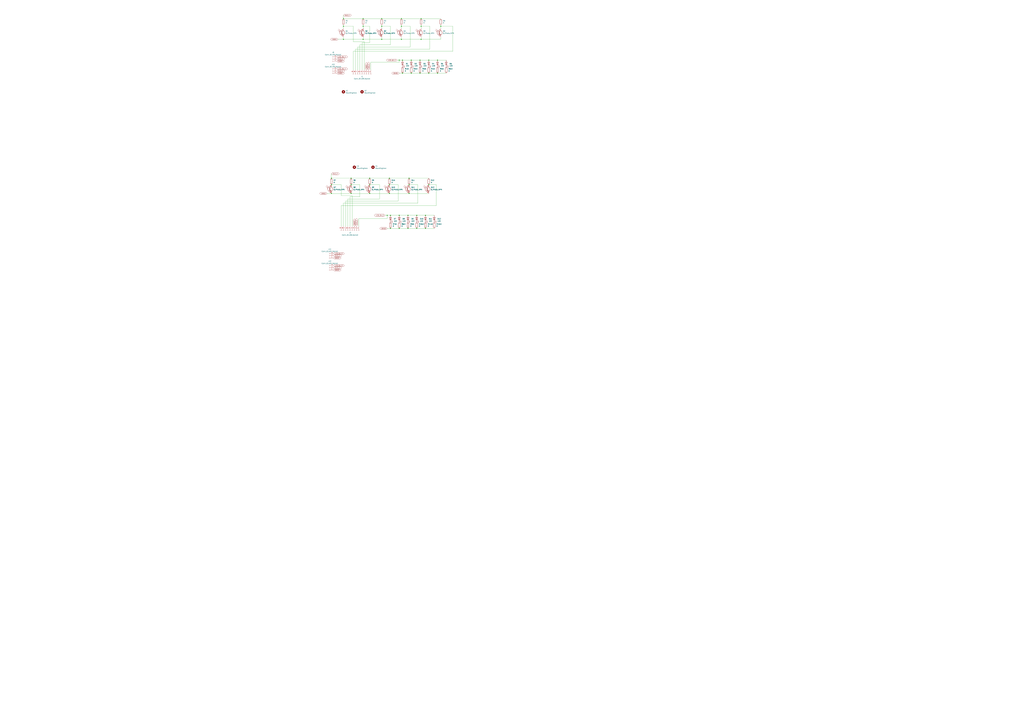
<source format=kicad_sch>
(kicad_sch (version 20250114) (generator "eeschema") (generator_version "9.0")
  (paper "A0")
  (lib_symbols
    (symbol "Connector:Conn_01x03_Socket" (pin_names (offset 1.016) (hide yes))
      (property "Reference" "J" (at 0 5.08 0))
      (property "Value" "Conn_01x03_Socket" (at 0 -5.08 0))
      (symbol "Conn_01x03_Socket_1_1"
        (polyline (pts (xy -1.27 2.54) (xy -0.508 2.54)) (stroke (width 0.1524)))
        (polyline (pts (xy -1.27 0) (xy -0.508 0)) (stroke (width 0.1524)))
        (polyline (pts (xy -1.27 -2.54) (xy -0.508 -2.54)) (stroke (width 0.1524)))
        (arc (start 0 2.032) (mid -0.5058 2.54) (end 0 3.048) (stroke (width 0.1524)))
        (arc (start 0 -0.508) (mid -0.5058 0) (end 0 0.508) (stroke (width 0.1524)))
        (arc (start 0 -3.048) (mid -0.5058 -2.54) (end 0 -2.032) (stroke (width 0.1524)))
        (pin passive line (at -5.08 2.54 0) (length 3.81) (name "Pin_1") (number "1"))
        (pin passive line (at -5.08 0 0) (length 3.81) (name "Pin_2") (number "2"))
        (pin passive line (at -5.08 -2.54 0) (length 3.81) (name "Pin_3") (number "3"))
      )
    )
    (symbol "Connector:Conn_01x09_Socket" (pin_names (offset 1.016) (hide yes))
      (property "Reference" "J" (at 0 12.7 0))
      (property "Value" "Conn_01x09_Socket" (at 0 -12.7 0))
      (symbol "Conn_01x09_Socket_1_1"
        (polyline (pts (xy -1.27 10.16) (xy -0.508 10.16)) (stroke (width 0.1524)))
        (polyline (pts (xy -1.27 7.62) (xy -0.508 7.62)) (stroke (width 0.1524)))
        (polyline (pts (xy -1.27 5.08) (xy -0.508 5.08)) (stroke (width 0.1524)))
        (polyline (pts (xy -1.27 2.54) (xy -0.508 2.54)) (stroke (width 0.1524)))
        (polyline (pts (xy -1.27 0) (xy -0.508 0)) (stroke (width 0.1524)))
        (polyline (pts (xy -1.27 -2.54) (xy -0.508 -2.54)) (stroke (width 0.1524)))
        (polyline (pts (xy -1.27 -5.08) (xy -0.508 -5.08)) (stroke (width 0.1524)))
        (polyline (pts (xy -1.27 -7.62) (xy -0.508 -7.62)) (stroke (width 0.1524)))
        (polyline (pts (xy -1.27 -10.16) (xy -0.508 -10.16)) (stroke (width 0.1524)))
        (arc (start 0 9.652) (mid -0.5058 10.16) (end 0 10.668) (stroke (width 0.1524)))
        (arc (start 0 7.112) (mid -0.5058 7.62) (end 0 8.128) (stroke (width 0.1524)))
        (arc (start 0 4.572) (mid -0.5058 5.08) (end 0 5.588) (stroke (width 0.1524)))
        (arc (start 0 2.032) (mid -0.5058 2.54) (end 0 3.048) (stroke (width 0.1524)))
        (arc (start 0 -0.508) (mid -0.5058 0) (end 0 0.508) (stroke (width 0.1524)))
        (arc (start 0 -3.048) (mid -0.5058 -2.54) (end 0 -2.032) (stroke (width 0.1524)))
        (arc (start 0 -5.588) (mid -0.5058 -5.08) (end 0 -4.572) (stroke (width 0.1524)))
        (arc (start 0 -8.128) (mid -0.5058 -7.62) (end 0 -7.112) (stroke (width 0.1524)))
        (arc (start 0 -10.668) (mid -0.5058 -10.16) (end 0 -9.652) (stroke (width 0.1524)))
        (pin passive line (at -5.08 10.16 0) (length 3.81) (name "Pin_1") (number "1"))
        (pin passive line (at -5.08 7.62 0) (length 3.81) (name "Pin_2") (number "2"))
        (pin passive line (at -5.08 5.08 0) (length 3.81) (name "Pin_3") (number "3"))
        (pin passive line (at -5.08 2.54 0) (length 3.81) (name "Pin_4") (number "4"))
        (pin passive line (at -5.08 0 0) (length 3.81) (name "Pin_5") (number "5"))
        (pin passive line (at -5.08 -2.54 0) (length 3.81) (name "Pin_6") (number "6"))
        (pin passive line (at -5.08 -5.08 0) (length 3.81) (name "Pin_7") (number "7"))
        (pin passive line (at -5.08 -7.62 0) (length 3.81) (name "Pin_8") (number "8"))
        (pin passive line (at -5.08 -10.16 0) (length 3.81) (name "Pin_9") (number "9"))
      )
    )
    (symbol "Device:LED" (pin_numbers (hide yes)) (pin_names (offset 1.016) (hide yes))
      (property "Reference" "D" (at 0 2.54 0))
      (property "Value" "LED" (at 0 -2.54 0))
      (symbol "LED_0_1"
        (polyline (pts (xy -3.048 -0.762) (xy -4.572 -2.286) (xy -3.81 -2.286) (xy -4.572 -2.286) (xy -4.572 -1.524)))
        (polyline (pts (xy -1.778 -0.762) (xy -3.302 -2.286) (xy -2.54 -2.286) (xy -3.302 -2.286) (xy -3.302 -1.524)))
        (polyline (pts (xy -1.27 0) (xy 1.27 0)))
        (polyline (pts (xy -1.27 -1.27) (xy -1.27 1.27)) (stroke (width 0.254)))
        (polyline (pts (xy 1.27 -1.27) (xy 1.27 1.27) (xy -1.27 0) (xy 1.27 -1.27)) (stroke (width 0.254)))
      )
      (symbol "LED_1_1"
        (pin passive line (at -3.81 0 0) (length 2.54) (name "K") (number "1"))
        (pin passive line (at 3.81 0 180) (length 2.54) (name "A") (number "2"))
      )
    )
    (symbol "Device:Q_Photo_NPN" (pin_names (offset 0) (hide yes))
      (property "Reference" "Q" (at 5.08 1.27 0))
      (property "Value" "Q_Photo_NPN" (at 5.08 -1.27 0))
      (symbol "Q_Photo_NPN_0_1"
        (polyline (pts (xy -3.81 3.175) (xy -1.905 1.27) (xy -1.905 1.905)))
        (polyline (pts (xy -3.175 4.445) (xy -1.27 2.54) (xy -1.27 3.175)))
        (polyline (pts (xy -1.905 1.27) (xy -2.54 1.27)))
        (polyline (pts (xy -1.27 2.54) (xy -1.905 2.54)))
        (polyline (pts (xy 0.635 1.905) (xy 0.635 -1.905) (xy 0.635 -1.905)) (stroke (width 0.508)))
        (polyline (pts (xy 0.635 0.635) (xy 2.54 2.54)))
        (polyline (pts (xy 0.635 -0.635) (xy 2.54 -2.54) (xy 2.54 -2.54)))
        (circle (center 1.27 0) (radius 2.8194) (stroke (width 0.254)))
        (polyline (pts (xy 1.27 -1.778) (xy 1.778 -1.27) (xy 2.286 -2.286) (xy 1.27 -1.778) (xy 1.27 -1.778)) (fill (type outline)))
      )
      (symbol "Q_Photo_NPN_1_1"
        (pin passive line (at 2.54 5.08 270) (length 2.54) (name "C") (number "1"))
        (pin passive line (at 2.54 -5.08 90) (length 2.54) (name "E") (number "2"))
      )
    )
    (symbol "Device:R" (pin_numbers (hide yes)) (pin_names (offset 0))
      (property "Reference" "R" (at 2.032 0 90))
      (property "Value" "R" (at 0 0 90))
      (symbol "R_0_1"
        (rectangle (start -1.016 -2.54) (end 1.016 2.54) (stroke (width 0.254)))
      )
      (symbol "R_1_1"
        (pin passive line (at 0 3.81 270) (length 1.27) (name "~") (number "1"))
        (pin passive line (at 0 -3.81 90) (length 1.27) (name "~") (number "2"))
      )
    )
    (symbol "Mechanical:MountingHole" (pin_names (offset 1.016)) (in_bom no)
      (property "Reference" "H" (at 0 5.08 0))
      (property "Value" "MountingHole" (at 0 3.175 0))
      (symbol "MountingHole_0_1"
        (circle (center 0 0) (radius 1.27) (stroke (width 1.27)))
      )
    )
  )
  (junction (at 488.95 21.59))
  (junction (at 508 85.09))
  (junction (at 488.95 30.48))
  (junction (at 407.67 207.01))
  (junction (at 384.81 214.63))
  (junction (at 474.98 224.79))
  (junction (at 443.23 45.72))
  (junction (at 463.55 69.85))
  (junction (at 429.26 224.79))
  (junction (at 443.23 30.48))
  (junction (at 488.95 45.72))
  (junction (at 421.64 21.59))
  (junction (at 384.81 224.79))
  (junction (at 473.71 265.43))
  (junction (at 466.09 45.72))
  (junction (at 508 69.85))
  (junction (at 421.64 45.72))
  (junction (at 398.78 30.48))
  (junction (at 463.55 250.19))
  (junction (at 477.52 69.85))
  (junction (at 467.36 85.09))
  (junction (at 511.81 30.48))
  (junction (at 494.03 250.19))
  (junction (at 398.78 45.72))
  (junction (at 407.67 214.63))
  (junction (at 487.68 85.09))
  (junction (at 398.78 21.59))
  (junction (at 483.87 250.19))
  (junction (at 453.39 250.19))
  (junction (at 483.87 265.43))
  (junction (at 452.12 207.01))
  (junction (at 474.98 214.63))
  (junction (at 452.12 214.63))
  (junction (at 466.09 21.59))
  (junction (at 429.26 214.63))
  (junction (at 474.98 207.01))
  (junction (at 443.23 21.59))
  (junction (at 477.52 85.09))
  (junction (at 497.84 214.63))
  (junction (at 449.58 250.19))
  (junction (at 473.71 250.19))
  (junction (at 463.55 265.43))
  (junction (at 453.39 265.43))
  (junction (at 466.09 30.48))
  (junction (at 384.81 207.01))
  (junction (at 429.26 207.01))
  (junction (at 467.36 69.85))
  (junction (at 487.68 69.85))
  (junction (at 421.64 30.48))
  (junction (at 497.84 69.85))
  (junction (at 452.12 224.79))
  (junction (at 494.03 265.43))
  (junction (at 407.67 224.79))
  (junction (at 497.84 85.09))
  (wire (pts (xy 384.81 207.01) (xy 407.67 207.01)))
  (wire (pts (xy 396.24 238.76) (xy 396.24 262.89)))
  (wire (pts (xy 485.14 236.22) (xy 485.14 214.63)))
  (wire (pts (xy 449.58 265.43) (xy 453.39 265.43)))
  (wire (pts (xy 511.81 30.48) (xy 511.81 33.02)))
  (wire (pts (xy 463.55 265.43) (xy 473.71 265.43)))
  (wire (pts (xy 453.39 250.19) (xy 463.55 250.19)))
  (wire (pts (xy 466.09 30.48) (xy 466.09 33.02)))
  (wire (pts (xy 410.21 59.69) (xy 525.78 59.69)))
  (wire (pts (xy 429.26 49.53) (xy 429.26 30.48)))
  (wire (pts (xy 421.64 30.48) (xy 421.64 33.02)))
  (wire (pts (xy 447.04 250.19) (xy 449.58 250.19)))
  (wire (pts (xy 416.56 254) (xy 416.56 262.89)))
  (wire (pts (xy 408.94 227.33) (xy 408.94 262.89)))
  (wire (pts (xy 463.55 250.19) (xy 473.71 250.19)))
  (wire (pts (xy 463.55 69.85) (xy 467.36 69.85)))
  (wire (pts (xy 384.81 224.79) (xy 407.67 224.79)))
  (wire (pts (xy 392.43 45.72) (xy 398.78 45.72)))
  (wire (pts (xy 474.98 224.79) (xy 497.84 224.79)))
  (wire (pts (xy 440.69 214.63) (xy 429.26 214.63)))
  (wire (pts (xy 488.95 45.72) (xy 511.81 45.72)))
  (wire (pts (xy 452.12 207.01) (xy 474.98 207.01)))
  (wire (pts (xy 477.52 85.09) (xy 487.68 85.09)))
  (wire (pts (xy 511.81 45.72) (xy 511.81 43.18)))
  (wire (pts (xy 398.78 21.59) (xy 421.64 21.59)))
  (wire (pts (xy 511.81 29.21) (xy 511.81 30.48)))
  (wire (pts (xy 485.14 214.63) (xy 474.98 214.63)))
  (wire (pts (xy 422.91 81.28) (xy 422.91 48.26)))
  (wire (pts (xy 384.81 201.93) (xy 384.81 207.01)))
  (wire (pts (xy 429.26 224.79) (xy 452.12 224.79)))
  (wire (pts (xy 483.87 250.19) (xy 494.03 250.19)))
  (wire (pts (xy 467.36 69.85) (xy 477.52 69.85)))
  (wire (pts (xy 420.37 49.53) (xy 429.26 49.53)))
  (wire (pts (xy 407.67 207.01) (xy 429.26 207.01)))
  (wire (pts (xy 430.53 72.39) (xy 463.55 72.39)))
  (wire (pts (xy 403.86 231.14) (xy 403.86 262.89)))
  (wire (pts (xy 473.71 265.43) (xy 483.87 265.43)))
  (wire (pts (xy 398.78 29.21) (xy 398.78 30.48)))
  (wire (pts (xy 396.24 227.33) (xy 408.94 227.33)))
  (wire (pts (xy 499.11 57.15) (xy 499.11 30.48)))
  (wire (pts (xy 449.58 250.19) (xy 449.58 254)))
  (wire (pts (xy 525.78 59.69) (xy 525.78 30.48)))
  (wire (pts (xy 410.21 30.48) (xy 398.78 30.48)))
  (wire (pts (xy 417.83 52.07) (xy 417.83 81.28)))
  (wire (pts (xy 453.39 30.48) (xy 443.23 30.48)))
  (wire (pts (xy 452.12 224.79) (xy 474.98 224.79)))
  (wire (pts (xy 396.24 238.76) (xy 506.73 238.76)))
  (wire (pts (xy 453.39 265.43) (xy 463.55 265.43)))
  (wire (pts (xy 440.69 231.14) (xy 440.69 214.63)))
  (wire (pts (xy 474.98 207.01) (xy 497.84 207.01)))
  (wire (pts (xy 420.37 49.53) (xy 420.37 81.28)))
  (wire (pts (xy 412.75 57.15) (xy 499.11 57.15)))
  (wire (pts (xy 417.83 214.63) (xy 407.67 214.63)))
  (wire (pts (xy 494.03 250.19) (xy 504.19 250.19)))
  (wire (pts (xy 497.84 85.09) (xy 508 85.09)))
  (wire (pts (xy 466.09 29.21) (xy 466.09 30.48)))
  (wire (pts (xy 476.25 54.61) (xy 476.25 30.48)))
  (wire (pts (xy 466.09 21.59) (xy 488.95 21.59)))
  (wire (pts (xy 483.87 265.43) (xy 494.03 265.43)))
  (wire (pts (xy 384.81 214.63) (xy 396.24 214.63)))
  (wire (pts (xy 396.24 214.63) (xy 396.24 227.33)))
  (wire (pts (xy 508 69.85) (xy 518.16 69.85)))
  (wire (pts (xy 499.11 30.48) (xy 488.95 30.48)))
  (wire (pts (xy 398.78 30.48) (xy 398.78 33.02)))
  (wire (pts (xy 449.58 250.19) (xy 453.39 250.19)))
  (wire (pts (xy 463.55 85.09) (xy 467.36 85.09)))
  (wire (pts (xy 398.78 17.78) (xy 398.78 21.59)))
  (wire (pts (xy 429.26 207.01) (xy 452.12 207.01)))
  (wire (pts (xy 398.78 45.72) (xy 421.64 45.72)))
  (wire (pts (xy 403.86 231.14) (xy 440.69 231.14)))
  (wire (pts (xy 398.78 236.22) (xy 398.78 262.89)))
  (wire (pts (xy 525.78 30.48) (xy 511.81 30.48)))
  (wire (pts (xy 462.28 233.68) (xy 462.28 214.63)))
  (wire (pts (xy 410.21 48.26) (xy 410.21 30.48)))
  (wire (pts (xy 488.95 29.21) (xy 488.95 30.48)))
  (wire (pts (xy 417.83 52.07) (xy 453.39 52.07)))
  (wire (pts (xy 406.4 228.6) (xy 406.4 262.89)))
  (wire (pts (xy 494.03 265.43) (xy 504.19 265.43)))
  (wire (pts (xy 487.68 69.85) (xy 497.84 69.85)))
  (wire (pts (xy 415.29 54.61) (xy 476.25 54.61)))
  (wire (pts (xy 398.78 236.22) (xy 485.14 236.22)))
  (wire (pts (xy 453.39 52.07) (xy 453.39 30.48)))
  (wire (pts (xy 412.75 81.28) (xy 412.75 57.15)))
  (wire (pts (xy 443.23 30.48) (xy 443.23 33.02)))
  (wire (pts (xy 443.23 45.72) (xy 466.09 45.72)))
  (wire (pts (xy 421.64 29.21) (xy 421.64 30.48)))
  (wire (pts (xy 476.25 30.48) (xy 466.09 30.48)))
  (wire (pts (xy 443.23 21.59) (xy 466.09 21.59)))
  (wire (pts (xy 406.4 228.6) (xy 417.83 228.6)))
  (wire (pts (xy 379.73 224.79) (xy 384.81 224.79)))
  (wire (pts (xy 466.09 45.72) (xy 488.95 45.72)))
  (wire (pts (xy 463.55 72.39) (xy 463.55 69.85)))
  (wire (pts (xy 508 85.09) (xy 518.16 85.09)))
  (wire (pts (xy 417.83 228.6) (xy 417.83 214.63)))
  (wire (pts (xy 488.95 30.48) (xy 488.95 33.02)))
  (wire (pts (xy 506.73 238.76) (xy 506.73 214.63)))
  (wire (pts (xy 488.95 43.18) (xy 488.95 45.72)))
  (wire (pts (xy 506.73 214.63) (xy 497.84 214.63)))
  (wire (pts (xy 487.68 85.09) (xy 497.84 85.09)))
  (wire (pts (xy 421.64 43.18) (xy 421.64 45.72)))
  (wire (pts (xy 421.64 45.72) (xy 443.23 45.72)))
  (wire (pts (xy 443.23 29.21) (xy 443.23 30.48)))
  (wire (pts (xy 422.91 48.26) (xy 410.21 48.26)))
  (wire (pts (xy 488.95 21.59) (xy 511.81 21.59)))
  (wire (pts (xy 497.84 69.85) (xy 508 69.85)))
  (wire (pts (xy 401.32 233.68) (xy 401.32 262.89)))
  (wire (pts (xy 473.71 250.19) (xy 483.87 250.19)))
  (wire (pts (xy 467.36 85.09) (xy 477.52 85.09)))
  (wire (pts (xy 477.52 69.85) (xy 487.68 69.85)))
  (wire (pts (xy 401.32 233.68) (xy 462.28 233.68)))
  (wire (pts (xy 461.01 69.85) (xy 463.55 69.85)))
  (wire (pts (xy 443.23 43.18) (xy 443.23 45.72)))
  (wire (pts (xy 410.21 59.69) (xy 410.21 81.28)))
  (wire (pts (xy 462.28 214.63) (xy 452.12 214.63)))
  (wire (pts (xy 466.09 43.18) (xy 466.09 45.72)))
  (wire (pts (xy 398.78 43.18) (xy 398.78 45.72)))
  (wire (pts (xy 430.53 81.28) (xy 430.53 72.39)))
  (wire (pts (xy 407.67 224.79) (xy 429.26 224.79)))
  (wire (pts (xy 449.58 254) (xy 416.56 254)))
  (wire (pts (xy 421.64 21.59) (xy 443.23 21.59)))
  (wire (pts (xy 429.26 30.48) (xy 421.64 30.48)))
  (wire (pts (xy 415.29 54.61) (xy 415.29 81.28)))
  (global_label "3v3_2" (shape bidirectional) (at 414.02 262.89 90) (property "Intersheetrefs" "${INTERSHEET_REFS}" (effects (hide yes))))
  (global_label "LED_5V_1" (shape bidirectional) (at 391.16 66.04 0) (property "Intersheetrefs" "${INTERSHEET_REFS}" (effects (hide yes))))
  (global_label "LED_5V_1" (shape bidirectional) (at 391.16 80.01 0) (property "Intersheetrefs" "${INTERSHEET_REFS}" (effects (hide yes))))
  (global_label "GND2" (shape bidirectional) (at 387.35 299.72 0) (property "Intersheetrefs" "${INTERSHEET_REFS}" (effects (hide yes))))
  (global_label "LED_5V_1" (shape bidirectional) (at 461.01 69.85 180) (property "Intersheetrefs" "${INTERSHEET_REFS}" (effects (hide yes))))
  (global_label "LED_5V_2" (shape bidirectional) (at 387.35 294.64 0) (property "Intersheetrefs" "${INTERSHEET_REFS}" (effects (hide yes))))
  (global_label "GND2" (shape bidirectional) (at 449.58 265.43 180) (property "Intersheetrefs" "${INTERSHEET_REFS}" (effects (hide yes))))
  (global_label "GND2" (shape bidirectional) (at 379.73 224.79 180) (property "Intersheetrefs" "${INTERSHEET_REFS}" (effects (hide yes))))
  (global_label "GND1" (shape bidirectional) (at 392.43 45.72 180) (property "Intersheetrefs" "${INTERSHEET_REFS}" (effects (hide yes))))
  (global_label "GND1" (shape bidirectional) (at 463.55 85.09 180) (property "Intersheetrefs" "${INTERSHEET_REFS}" (effects (hide yes))))
  (global_label "GND1" (shape bidirectional) (at 425.45 81.28 90) (property "Intersheetrefs" "${INTERSHEET_REFS}" (effects (hide yes))))
  (global_label "GND1" (shape bidirectional) (at 391.16 85.09 0) (property "Intersheetrefs" "${INTERSHEET_REFS}" (effects (hide yes))))
  (global_label "3v3_1" (shape bidirectional) (at 391.16 82.55 0) (property "Intersheetrefs" "${INTERSHEET_REFS}" (effects (hide yes))))
  (global_label "3v3_2" (shape bidirectional) (at 384.81 201.93 0) (property "Intersheetrefs" "${INTERSHEET_REFS}" (effects (hide yes))))
  (global_label "3v3_1" (shape bidirectional) (at 398.78 17.78 0) (property "Intersheetrefs" "${INTERSHEET_REFS}" (effects (hide yes))))
  (global_label "LED_5V_2" (shape bidirectional) (at 387.35 308.61 0) (property "Intersheetrefs" "${INTERSHEET_REFS}" (effects (hide yes))))
  (global_label "3v3_1" (shape bidirectional) (at 427.99 81.28 90) (property "Intersheetrefs" "${INTERSHEET_REFS}" (effects (hide yes))))
  (global_label "3v3_1" (shape bidirectional) (at 391.16 68.58 0) (property "Intersheetrefs" "${INTERSHEET_REFS}" (effects (hide yes))))
  (global_label "GND2" (shape bidirectional) (at 411.48 262.89 90) (property "Intersheetrefs" "${INTERSHEET_REFS}" (effects (hide yes))))
  (global_label "GND1" (shape bidirectional) (at 391.16 71.12 0) (property "Intersheetrefs" "${INTERSHEET_REFS}" (effects (hide yes))))
  (global_label "GND2" (shape bidirectional) (at 387.35 313.69 0) (property "Intersheetrefs" "${INTERSHEET_REFS}" (effects (hide yes))))
  (global_label "3v3_2" (shape bidirectional) (at 387.35 297.18 0) (property "Intersheetrefs" "${INTERSHEET_REFS}" (effects (hide yes))))
  (global_label "3v3_2" (shape bidirectional) (at 387.35 311.15 0) (property "Intersheetrefs" "${INTERSHEET_REFS}" (effects (hide yes))))
  (global_label "LED_5V_2" (shape bidirectional) (at 447.04 250.19 180) (property "Intersheetrefs" "${INTERSHEET_REFS}" (effects (hide yes))))
  (symbol (lib_id "Device:LED") (at 504.19 254 90) (unit 1)
    (property "Reference" "D12" (at 508 254.3174 90) (effects (justify right)))
    (property "Value" "LED" (at 508 256.8574 90) (effects (justify right)))
    (property "Footprint" "LED_SMD:LED_0603_1608Metric" (effects (hide yes)))
    (property "Description" "Light emitting diode" (effects (hide yes)))
    (property "Sim.Pins" "1=K 2=A" (effects (hide yes)))
  )
  (symbol (lib_id "Device:R") (at 473.71 261.62 0) (unit 1)
    (property "Reference" "R9d1" (at 476.25 260.3499 0) (effects (justify left)))
    (property "Value" "R" (at 476.25 262.8899 0) (effects (justify left)))
    (property "Footprint" "Resistor_SMD:R_0603_1608Metric" (effects (hide yes)))
    (property "Description" "Resistor" (effects (hide yes)))
  )
  (symbol (lib_id "Connector:Conn_01x09_Socket") (at 406.4 267.97 270) (unit 1)
    (property "Reference" "J2" (at 406.4 270.51 90))
    (property "Value" "Conn_01x09_Socket" (at 406.4 273.05 90))
    (property "Footprint" "Pinsocket_and_pinheader:PinSocket_1x09_P2.54mm_Horizontal_EDITED" (effects (hide yes)))
    (property "Description" "Generic connector, single row, 01x09, script generated" (effects (hide yes)))
  )
  (symbol (lib_id "Device:Q_Photo_NPN") (at 463.55 38.1 0) (unit 1)
    (property "Reference" "Q4" (at 468.63 36.0806 0) (effects (justify left)))
    (property "Value" "Q_Photo_NPN" (at 468.63 38.6206 0) (effects (justify left)))
    (property "Footprint" "LED_SMD:LED_0603_1608Metric" (effects (hide yes)))
    (property "Description" "NPN phototransistor, collector/emitter" (effects (hide yes)))
  )
  (symbol (lib_id "Device:LED") (at 453.39 254 90) (unit 1)
    (property "Reference" "D7" (at 457.2 254.3174 90) (effects (justify right)))
    (property "Value" "LED" (at 457.2 256.8574 90) (effects (justify right)))
    (property "Footprint" "LED_SMD:LED_0603_1608Metric" (effects (hide yes)))
    (property "Description" "Light emitting diode" (effects (hide yes)))
    (property "Sim.Pins" "1=K 2=A" (effects (hide yes)))
  )
  (symbol (lib_id "Device:Q_Photo_NPN") (at 472.44 219.71 0) (unit 1)
    (property "Reference" "Q11" (at 477.52 217.6906 0) (effects (justify left)))
    (property "Value" "Q_Photo_NPN" (at 477.52 220.2306 0) (effects (justify left)))
    (property "Footprint" "LED_SMD:LED_0603_1608Metric" (effects (hide yes)))
    (property "Description" "NPN phototransistor, collector/emitter" (effects (hide yes)))
  )
  (symbol (lib_id "Device:Q_Photo_NPN") (at 426.72 219.71 0) (unit 1)
    (property "Reference" "Q9" (at 431.8 217.6906 0) (effects (justify left)))
    (property "Value" "Q_Photo_NPN" (at 431.8 220.2306 0) (effects (justify left)))
    (property "Footprint" "LED_SMD:LED_0603_1608Metric" (effects (hide yes)))
    (property "Description" "NPN phototransistor, collector/emitter" (effects (hide yes)))
  )
  (symbol (lib_id "Connector:Conn_01x03_Socket") (at 382.27 297.18 180) (unit 1)
    (property "Reference" "J11" (at 382.905 289.56 0))
    (property "Value" "Conn_01x03_Socket" (at 382.905 292.1 0))
    (property "Footprint" "Pinsocket_and_pinheader:PinHeader_1x03_P2.54mm_Vertical_EDITED" (effects (hide yes)))
    (property "Description" "Generic connector, single row, 01x03, script generated" (effects (hide yes)))
  )
  (symbol (lib_id "Device:R") (at 518.16 81.28 0) (unit 1)
    (property "Reference" "R6d1" (at 520.7 80.0099 0) (effects (justify left)))
    (property "Value" "R" (at 520.7 82.5499 0) (effects (justify left)))
    (property "Footprint" "Resistor_SMD:R_0603_1608Metric" (effects (hide yes)))
    (property "Description" "Resistor" (effects (hide yes)))
  )
  (symbol (lib_id "Connector:Conn_01x03_Socket") (at 382.27 311.15 180) (unit 1)
    (property "Reference" "J12" (at 382.905 303.53 0))
    (property "Value" "Conn_01x03_Socket" (at 382.905 306.07 0))
    (property "Footprint" "Pinsocket_and_pinheader:PinHeader_1x03_P2.54mm_Vertical_EDITED" (effects (hide yes)))
    (property "Description" "Generic connector, single row, 01x03, script generated" (effects (hide yes)))
  )
  (symbol (lib_id "Device:Q_Photo_NPN") (at 382.27 219.71 0) (unit 1)
    (property "Reference" "Q7" (at 387.35 217.6906 0) (effects (justify left)))
    (property "Value" "Q_Photo_NPN" (at 387.35 220.2306 0) (effects (justify left)))
    (property "Footprint" "LED_SMD:LED_0603_1608Metric" (effects (hide yes)))
    (property "Description" "NPN phototransistor, collector/emitter" (effects (hide yes)))
  )
  (symbol (lib_id "Device:Q_Photo_NPN") (at 509.27 38.1 0) (unit 1)
    (property "Reference" "Q6" (at 514.35 36.0806 0) (effects (justify left)))
    (property "Value" "Q_Photo_NPN" (at 514.35 38.6206 0) (effects (justify left)))
    (property "Footprint" "LED_SMD:LED_0603_1608Metric" (effects (hide yes)))
    (property "Description" "NPN phototransistor, collector/emitter" (effects (hide yes)))
  )
  (symbol (lib_id "Connector:Conn_01x03_Socket") (at 386.08 68.58 180) (unit 1)
    (property "Reference" "J9" (at 386.715 60.96 0))
    (property "Value" "Conn_01x03_Socket" (at 386.715 63.5 0))
    (property "Footprint" "Pinsocket_and_pinheader:PinHeader_1x03_P2.54mm_Vertical_EDITED" (effects (hide yes)))
    (property "Description" "Generic connector, single row, 01x03, script generated" (effects (hide yes)))
  )
  (symbol (lib_id "Device:LED") (at 497.84 73.66 90) (unit 1)
    (property "Reference" "D4" (at 501.65 73.9774 90) (effects (justify right)))
    (property "Value" "LED" (at 501.65 76.5174 90) (effects (justify right)))
    (property "Footprint" "LED_SMD:LED_0603_1608Metric" (effects (hide yes)))
    (property "Description" "Light emitting diode" (effects (hide yes)))
    (property "Sim.Pins" "1=K 2=A" (effects (hide yes)))
  )
  (symbol (lib_id "Device:Q_Photo_NPN") (at 405.13 219.71 0) (unit 1)
    (property "Reference" "Q8" (at 410.21 217.6906 0) (effects (justify left)))
    (property "Value" "Q_Photo_NPN" (at 410.21 220.2306 0) (effects (justify left)))
    (property "Footprint" "LED_SMD:LED_0603_1608Metric" (effects (hide yes)))
    (property "Description" "NPN phototransistor, collector/emitter" (effects (hide yes)))
  )
  (symbol (lib_id "Device:R") (at 487.68 81.28 0) (unit 1)
    (property "Reference" "R3d1" (at 490.22 80.0099 0) (effects (justify left)))
    (property "Value" "R" (at 490.22 82.5499 0) (effects (justify left)))
    (property "Footprint" "Resistor_SMD:R_0603_1608Metric" (effects (hide yes)))
    (property "Description" "Resistor" (effects (hide yes)))
  )
  (symbol (lib_id "Device:R") (at 504.19 261.62 0) (unit 1)
    (property "Reference" "R12d1" (at 506.73 260.3499 0) (effects (justify left)))
    (property "Value" "R" (at 506.73 262.8899 0) (effects (justify left)))
    (property "Footprint" "Resistor_SMD:R_0603_1608Metric" (effects (hide yes)))
    (property "Description" "Resistor" (effects (hide yes)))
  )
  (symbol (lib_id "Mechanical:MountingHole") (at 420.37 106.68 0) (unit 1) (in_bom no)
    (property "Reference" "H2" (at 422.91 105.4099 0) (effects (justify left)))
    (property "Value" "MountingHole" (at 422.91 107.9499 0) (effects (justify left)))
    (property "Footprint" "MountingHole:MountingHole_3.2mm_M3" (effects (hide yes)))
    (property "Description" "Mounting Hole without connection" (effects (hide yes)))
  )
  (symbol (lib_id "Device:R") (at 452.12 210.82 0) (unit 1)
    (property "Reference" "R10" (at 454.66 209.5499 0) (effects (justify left)))
    (property "Value" "R" (at 454.66 212.0899 0) (effects (justify left)))
    (property "Footprint" "Resistor_SMD:R_0603_1608Metric" (effects (hide yes)))
    (property "Description" "Resistor" (effects (hide yes)))
  )
  (symbol (lib_id "Device:R") (at 384.81 210.82 0) (unit 1)
    (property "Reference" "R7" (at 387.35 209.5499 0) (effects (justify left)))
    (property "Value" "R" (at 387.35 212.0899 0) (effects (justify left)))
    (property "Footprint" "Resistor_SMD:R_0603_1608Metric" (effects (hide yes)))
    (property "Description" "Resistor" (effects (hide yes)))
  )
  (symbol (lib_id "Device:Q_Photo_NPN") (at 486.41 38.1 0) (unit 1)
    (property "Reference" "Q5" (at 491.49 36.0806 0) (effects (justify left)))
    (property "Value" "Q_Photo_NPN" (at 491.49 38.6206 0) (effects (justify left)))
    (property "Footprint" "LED_SMD:LED_0603_1608Metric" (effects (hide yes)))
    (property "Description" "NPN phototransistor, collector/emitter" (effects (hide yes)))
  )
  (symbol (lib_id "Mechanical:MountingHole") (at 398.78 106.68 0) (unit 1) (in_bom no)
    (property "Reference" "H1" (at 401.32 105.4099 0) (effects (justify left)))
    (property "Value" "MountingHole" (at 401.32 107.9499 0) (effects (justify left)))
    (property "Footprint" "MountingHole:MountingHole_3.2mm_M3" (effects (hide yes)))
    (property "Description" "Mounting Hole without connection" (effects (hide yes)))
  )
  (symbol (lib_id "Device:Q_Photo_NPN") (at 440.69 38.1 0) (unit 1)
    (property "Reference" "Q3" (at 445.77 36.0806 0) (effects (justify left)))
    (property "Value" "Q_Photo_NPN" (at 445.77 38.6206 0) (effects (justify left)))
    (property "Footprint" "LED_SMD:LED_0603_1608Metric" (effects (hide yes)))
    (property "Description" "NPN phototransistor, collector/emitter" (effects (hide yes)))
  )
  (symbol (lib_id "Device:LED") (at 467.36 73.66 90) (unit 1)
    (property "Reference" "D1" (at 471.17 73.9774 90) (effects (justify right)))
    (property "Value" "LED" (at 471.17 76.5174 90) (effects (justify right)))
    (property "Footprint" "LED_SMD:LED_0603_1608Metric" (effects (hide yes)))
    (property "Description" "Light emitting diode" (effects (hide yes)))
    (property "Sim.Pins" "1=K 2=A" (effects (hide yes)))
  )
  (symbol (lib_id "Device:R") (at 477.52 81.28 0) (unit 1)
    (property "Reference" "R2d1" (at 480.06 80.0099 0) (effects (justify left)))
    (property "Value" "R" (at 480.06 82.5499 0) (effects (justify left)))
    (property "Footprint" "Resistor_SMD:R_0603_1608Metric" (effects (hide yes)))
    (property "Description" "Resistor" (effects (hide yes)))
  )
  (symbol (lib_id "Device:Q_Photo_NPN") (at 449.58 219.71 0) (unit 1)
    (property "Reference" "Q10" (at 454.66 217.6906 0) (effects (justify left)))
    (property "Value" "Q_Photo_NPN" (at 454.66 220.2306 0) (effects (justify left)))
    (property "Footprint" "LED_SMD:LED_0603_1608Metric" (effects (hide yes)))
    (property "Description" "NPN phototransistor, collector/emitter" (effects (hide yes)))
  )
  (symbol (lib_id "Device:LED") (at 463.55 254 90) (unit 1)
    (property "Reference" "D8" (at 467.36 254.3174 90) (effects (justify right)))
    (property "Value" "LED" (at 467.36 256.8574 90) (effects (justify right)))
    (property "Footprint" "LED_SMD:LED_0603_1608Metric" (effects (hide yes)))
    (property "Description" "Light emitting diode" (effects (hide yes)))
    (property "Sim.Pins" "1=K 2=A" (effects (hide yes)))
  )
  (symbol (lib_id "Device:LED") (at 518.16 73.66 90) (unit 1)
    (property "Reference" "D6" (at 521.97 73.9774 90) (effects (justify right)))
    (property "Value" "LED" (at 521.97 76.5174 90) (effects (justify right)))
    (property "Footprint" "LED_SMD:LED_0603_1608Metric" (effects (hide yes)))
    (property "Description" "Light emitting diode" (effects (hide yes)))
    (property "Sim.Pins" "1=K 2=A" (effects (hide yes)))
  )
  (symbol (lib_id "Device:Q_Photo_NPN") (at 419.1 38.1 0) (unit 1)
    (property "Reference" "Q2" (at 424.18 36.0806 0) (effects (justify left)))
    (property "Value" "Q_Photo_NPN" (at 424.18 38.6206 0) (effects (justify left)))
    (property "Footprint" "LED_SMD:LED_0603_1608Metric" (effects (hide yes)))
    (property "Description" "NPN phototransistor, collector/emitter" (effects (hide yes)))
  )
  (symbol (lib_id "Device:R") (at 474.98 210.82 0) (unit 1)
    (property "Reference" "R11" (at 477.52 209.5499 0) (effects (justify left)))
    (property "Value" "R" (at 477.52 212.0899 0) (effects (justify left)))
    (property "Footprint" "Resistor_SMD:R_0603_1608Metric" (effects (hide yes)))
    (property "Description" "Resistor" (effects (hide yes)))
  )
  (symbol (lib_id "Device:LED") (at 477.52 73.66 90) (unit 1)
    (property "Reference" "D2" (at 481.33 73.9774 90) (effects (justify right)))
    (property "Value" "LED" (at 481.33 76.5174 90) (effects (justify right)))
    (property "Footprint" "LED_SMD:LED_0603_1608Metric" (effects (hide yes)))
    (property "Description" "Light emitting diode" (effects (hide yes)))
    (property "Sim.Pins" "1=K 2=A" (effects (hide yes)))
  )
  (symbol (lib_id "Device:R") (at 453.39 261.62 0) (unit 1)
    (property "Reference" "R7d1" (at 455.93 260.3499 0) (effects (justify left)))
    (property "Value" "R" (at 455.93 262.8899 0) (effects (justify left)))
    (property "Footprint" "Resistor_SMD:R_0603_1608Metric" (effects (hide yes)))
    (property "Description" "Resistor" (effects (hide yes)))
  )
  (symbol (lib_id "Device:LED") (at 494.03 254 90) (unit 1)
    (property "Reference" "D11" (at 497.84 254.3174 90) (effects (justify right)))
    (property "Value" "LED" (at 497.84 256.8574 90) (effects (justify right)))
    (property "Footprint" "LED_SMD:LED_0603_1608Metric" (effects (hide yes)))
    (property "Description" "Light emitting diode" (effects (hide yes)))
    (property "Sim.Pins" "1=K 2=A" (effects (hide yes)))
  )
  (symbol (lib_id "Device:R") (at 407.67 210.82 0) (unit 1)
    (property "Reference" "R8" (at 410.21 209.5499 0) (effects (justify left)))
    (property "Value" "R" (at 410.21 212.0899 0) (effects (justify left)))
    (property "Footprint" "Resistor_SMD:R_0603_1608Metric" (effects (hide yes)))
    (property "Description" "Resistor" (effects (hide yes)))
  )
  (symbol (lib_id "Device:LED") (at 508 73.66 90) (unit 1)
    (property "Reference" "D5" (at 511.81 73.9774 90) (effects (justify right)))
    (property "Value" "LED" (at 511.81 76.5174 90) (effects (justify right)))
    (property "Footprint" "LED_SMD:LED_0603_1608Metric" (effects (hide yes)))
    (property "Description" "Light emitting diode" (effects (hide yes)))
    (property "Sim.Pins" "1=K 2=A" (effects (hide yes)))
  )
  (symbol (lib_id "Mechanical:MountingHole") (at 433.07 194.31 0) (unit 1) (in_bom no)
    (property "Reference" "H4" (at 435.61 193.0399 0) (effects (justify left)))
    (property "Value" "MountingHole" (at 435.61 195.5799 0) (effects (justify left)))
    (property "Footprint" "MountingHole:MountingHole_3.2mm_M3" (effects (hide yes)))
    (property "Description" "Mounting Hole without connection" (effects (hide yes)))
  )
  (symbol (lib_id "Device:R") (at 488.95 25.4 0) (unit 1)
    (property "Reference" "R5" (at 491.49 24.1299 0) (effects (justify left)))
    (property "Value" "R" (at 491.49 26.6699 0) (effects (justify left)))
    (property "Footprint" "Resistor_SMD:R_0603_1608Metric" (effects (hide yes)))
    (property "Description" "Resistor" (effects (hide yes)))
  )
  (symbol (lib_id "Device:R") (at 497.84 81.28 0) (unit 1)
    (property "Reference" "R4d1" (at 500.38 80.0099 0) (effects (justify left)))
    (property "Value" "R" (at 500.38 82.5499 0) (effects (justify left)))
    (property "Footprint" "Resistor_SMD:R_0603_1608Metric" (effects (hide yes)))
    (property "Description" "Resistor" (effects (hide yes)))
  )
  (symbol (lib_id "Connector:Conn_01x09_Socket") (at 420.37 86.36 270) (unit 1)
    (property "Reference" "J1" (at 420.37 88.9 90))
    (property "Value" "Conn_01x09_Socket" (at 420.37 91.44 90))
    (property "Footprint" "Pinsocket_and_pinheader:PinSocket_1x09_P2.54mm_Horizontal_EDITED" (effects (hide yes)))
    (property "Description" "Generic connector, single row, 01x09, script generated" (effects (hide yes)))
  )
  (symbol (lib_id "Device:R") (at 429.26 210.82 0) (unit 1)
    (property "Reference" "R9" (at 431.8 209.5499 0) (effects (justify left)))
    (property "Value" "R" (at 431.8 212.0899 0) (effects (justify left)))
    (property "Footprint" "Resistor_SMD:R_0603_1608Metric" (effects (hide yes)))
    (property "Description" "Resistor" (effects (hide yes)))
  )
  (symbol (lib_id "Device:R") (at 494.03 261.62 0) (unit 1)
    (property "Reference" "R11d1" (at 496.57 260.3499 0) (effects (justify left)))
    (property "Value" "R" (at 496.57 262.8899 0) (effects (justify left)))
    (property "Footprint" "Resistor_SMD:R_0603_1608Metric" (effects (hide yes)))
    (property "Description" "Resistor" (effects (hide yes)))
  )
  (symbol (lib_id "Device:R") (at 497.84 210.82 0) (unit 1)
    (property "Reference" "R12" (at 500.38 209.5499 0) (effects (justify left)))
    (property "Value" "R" (at 500.38 212.0899 0) (effects (justify left)))
    (property "Footprint" "Resistor_SMD:R_0603_1608Metric" (effects (hide yes)))
    (property "Description" "Resistor" (effects (hide yes)))
  )
  (symbol (lib_id "Connector:Conn_01x03_Socket") (at 386.08 82.55 180) (unit 1)
    (property "Reference" "J10" (at 386.715 74.93 0))
    (property "Value" "Conn_01x03_Socket" (at 386.715 77.47 0))
    (property "Footprint" "Pinsocket_and_pinheader:PinHeader_1x03_P2.54mm_Vertical_EDITED" (effects (hide yes)))
    (property "Description" "Generic connector, single row, 01x03, script generated" (effects (hide yes)))
  )
  (symbol (lib_id "Device:LED") (at 483.87 254 90) (unit 1)
    (property "Reference" "D10" (at 487.68 254.3174 90) (effects (justify right)))
    (property "Value" "LED" (at 487.68 256.8574 90) (effects (justify right)))
    (property "Footprint" "LED_SMD:LED_0603_1608Metric" (effects (hide yes)))
    (property "Description" "Light emitting diode" (effects (hide yes)))
    (property "Sim.Pins" "1=K 2=A" (effects (hide yes)))
  )
  (symbol (lib_id "Device:LED") (at 473.71 254 90) (unit 1)
    (property "Reference" "D9" (at 477.52 254.3174 90) (effects (justify right)))
    (property "Value" "LED" (at 477.52 256.8574 90) (effects (justify right)))
    (property "Footprint" "LED_SMD:LED_0603_1608Metric" (effects (hide yes)))
    (property "Description" "Light emitting diode" (effects (hide yes)))
    (property "Sim.Pins" "1=K 2=A" (effects (hide yes)))
  )
  (symbol (lib_id "Device:R") (at 466.09 25.4 0) (unit 1)
    (property "Reference" "R4" (at 468.63 24.1299 0) (effects (justify left)))
    (property "Value" "R" (at 468.63 26.6699 0) (effects (justify left)))
    (property "Footprint" "Resistor_SMD:R_0603_1608Metric" (effects (hide yes)))
    (property "Description" "Resistor" (effects (hide yes)))
  )
  (symbol (lib_id "Device:R") (at 467.36 81.28 0) (unit 1)
    (property "Reference" "R1d1" (at 469.9 80.0099 0) (effects (justify left)))
    (property "Value" "R" (at 469.9 82.5499 0) (effects (justify left)))
    (property "Footprint" "Resistor_SMD:R_0603_1608Metric" (effects (hide yes)))
    (property "Description" "Resistor" (effects (hide yes)))
  )
  (symbol (lib_id "Device:R") (at 508 81.28 0) (unit 1)
    (property "Reference" "R5d1" (at 510.54 80.0099 0) (effects (justify left)))
    (property "Value" "R" (at 510.54 82.5499 0) (effects (justify left)))
    (property "Footprint" "Resistor_SMD:R_0603_1608Metric" (effects (hide yes)))
    (property "Description" "Resistor" (effects (hide yes)))
  )
  (symbol (lib_id "Device:R") (at 483.87 261.62 0) (unit 1)
    (property "Reference" "R10d1" (at 486.41 260.3499 0) (effects (justify left)))
    (property "Value" "R" (at 486.41 262.8899 0) (effects (justify left)))
    (property "Footprint" "Resistor_SMD:R_0603_1608Metric" (effects (hide yes)))
    (property "Description" "Resistor" (effects (hide yes)))
  )
  (symbol (lib_id "Device:R") (at 443.23 25.4 0) (unit 1)
    (property "Reference" "R3" (at 445.77 24.1299 0) (effects (justify left)))
    (property "Value" "R" (at 445.77 26.6699 0) (effects (justify left)))
    (property "Footprint" "Resistor_SMD:R_0603_1608Metric" (effects (hide yes)))
    (property "Description" "Resistor" (effects (hide yes)))
  )
  (symbol (lib_id "Device:R") (at 463.55 261.62 0) (unit 1)
    (property "Reference" "R8d1" (at 466.09 260.3499 0) (effects (justify left)))
    (property "Value" "R" (at 466.09 262.8899 0) (effects (justify left)))
    (property "Footprint" "Resistor_SMD:R_0603_1608Metric" (effects (hide yes)))
    (property "Description" "Resistor" (effects (hide yes)))
  )
  (symbol (lib_id "Device:Q_Photo_NPN") (at 396.24 38.1 0) (unit 1)
    (property "Reference" "Q1" (at 401.32 36.0806 0) (effects (justify left)))
    (property "Value" "Q_Photo_NPN" (at 401.32 38.6206 0) (effects (justify left)))
    (property "Footprint" "LED_SMD:LED_0603_1608Metric" (effects (hide yes)))
    (property "Description" "NPN phototransistor, collector/emitter" (effects (hide yes)))
  )
  (symbol (lib_id "Device:Q_Photo_NPN") (at 495.3 219.71 0) (unit 1)
    (property "Reference" "Q12" (at 500.38 217.6906 0) (effects (justify left)))
    (property "Value" "Q_Photo_NPN" (at 500.38 220.2306 0) (effects (justify left)))
    (property "Footprint" "LED_SMD:LED_0603_1608Metric" (effects (hide yes)))
    (property "Description" "NPN phototransistor, collector/emitter" (effects (hide yes)))
  )
  (symbol (lib_id "Mechanical:MountingHole") (at 411.48 194.31 0) (unit 1) (in_bom no)
    (property "Reference" "H3" (at 414.02 193.0399 0) (effects (justify left)))
    (property "Value" "MountingHole" (at 414.02 195.5799 0) (effects (justify left)))
    (property "Footprint" "MountingHole:MountingHole_3.2mm_M3" (effects (hide yes)))
    (property "Description" "Mounting Hole without connection" (effects (hide yes)))
  )
  (symbol (lib_id "Device:R") (at 398.78 25.4 0) (unit 1)
    (property "Reference" "R1" (at 401.32 24.1299 0) (effects (justify left)))
    (property "Value" "R" (at 401.32 26.6699 0) (effects (justify left)))
    (property "Footprint" "Resistor_SMD:R_0603_1608Metric" (effects (hide yes)))
    (property "Description" "Resistor" (effects (hide yes)))
  )
  (symbol (lib_id "Device:LED") (at 487.68 73.66 90) (unit 1)
    (property "Reference" "D3" (at 491.49 73.9774 90) (effects (justify right)))
    (property "Value" "LED" (at 491.49 76.5174 90) (effects (justify right)))
    (property "Footprint" "LED_SMD:LED_0603_1608Metric" (effects (hide yes)))
    (property "Description" "Light emitting diode" (effects (hide yes)))
    (property "Sim.Pins" "1=K 2=A" (effects (hide yes)))
  )
  (symbol (lib_id "Device:R") (at 511.81 25.4 0) (unit 1)
    (property "Reference" "R6" (at 514.35 24.1299 0) (effects (justify left)))
    (property "Value" "R" (at 514.35 26.6699 0) (effects (justify left)))
    (property "Footprint" "Resistor_SMD:R_0603_1608Metric" (effects (hide yes)))
    (property "Description" "Resistor" (effects (hide yes)))
  )
  (symbol (lib_id "Device:R") (at 421.64 25.4 0) (unit 1)
    (property "Reference" "R2" (at 424.18 24.1299 0) (effects (justify left)))
    (property "Value" "R" (at 424.18 26.6699 0) (effects (justify left)))
    (property "Footprint" "Resistor_SMD:R_0603_1608Metric" (effects (hide yes)))
    (property "Description" "Resistor" (effects (hide yes)))
  )
)
</source>
